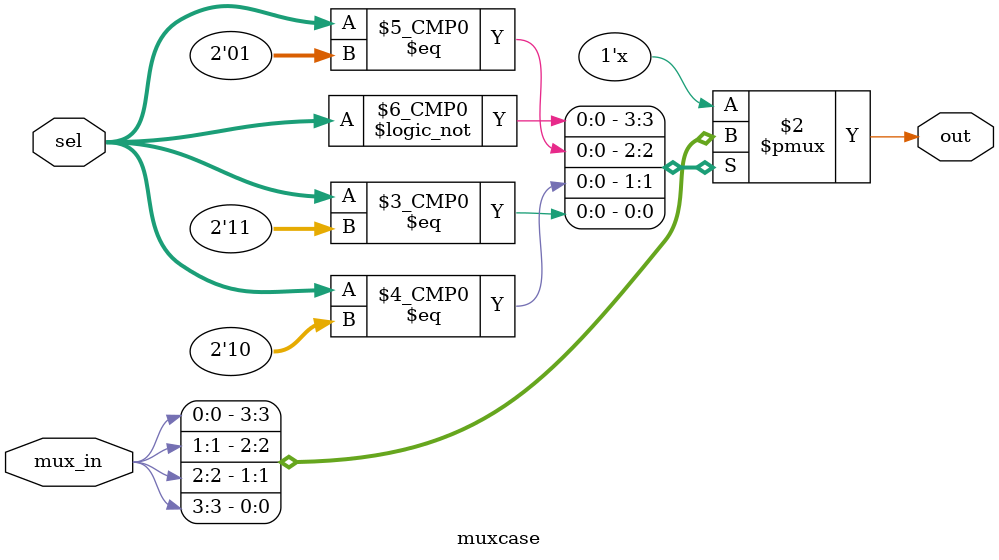
<source format=v>
module muxcase(sel,mux_in,out);
input [1:0]sel;
input [3:0]mux_in;
output out;
reg out;
always @(sel , mux_in)
begin
case(sel)

2'b00:out=mux_in[0];
2'b01:out=mux_in[1];
2'b10:out=mux_in[2];
2'b11:out=mux_in[3];

endcase
end
endmodule 


</source>
